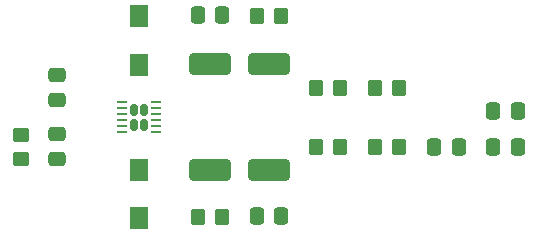
<source format=gtp>
%TF.GenerationSoftware,KiCad,Pcbnew,8.0.4*%
%TF.CreationDate,2025-01-20T11:41:48+00:00*%
%TF.ProjectId,r1283_power,72313238-335f-4706-9f77-65722e6b6963,rev?*%
%TF.SameCoordinates,Original*%
%TF.FileFunction,Paste,Top*%
%TF.FilePolarity,Positive*%
%FSLAX46Y46*%
G04 Gerber Fmt 4.6, Leading zero omitted, Abs format (unit mm)*
G04 Created by KiCad (PCBNEW 8.0.4) date 2025-01-20 11:41:48*
%MOMM*%
%LPD*%
G01*
G04 APERTURE LIST*
G04 Aperture macros list*
%AMRoundRect*
0 Rectangle with rounded corners*
0 $1 Rounding radius*
0 $2 $3 $4 $5 $6 $7 $8 $9 X,Y pos of 4 corners*
0 Add a 4 corners polygon primitive as box body*
4,1,4,$2,$3,$4,$5,$6,$7,$8,$9,$2,$3,0*
0 Add four circle primitives for the rounded corners*
1,1,$1+$1,$2,$3*
1,1,$1+$1,$4,$5*
1,1,$1+$1,$6,$7*
1,1,$1+$1,$8,$9*
0 Add four rect primitives between the rounded corners*
20,1,$1+$1,$2,$3,$4,$5,0*
20,1,$1+$1,$4,$5,$6,$7,0*
20,1,$1+$1,$6,$7,$8,$9,0*
20,1,$1+$1,$8,$9,$2,$3,0*%
G04 Aperture macros list end*
%ADD10RoundRect,0.160000X0.160000X0.345000X-0.160000X0.345000X-0.160000X-0.345000X0.160000X-0.345000X0*%
%ADD11RoundRect,0.062500X0.362500X0.062500X-0.362500X0.062500X-0.362500X-0.062500X0.362500X-0.062500X0*%
%ADD12RoundRect,0.250000X1.500000X0.650000X-1.500000X0.650000X-1.500000X-0.650000X1.500000X-0.650000X0*%
%ADD13RoundRect,0.250000X-0.350000X-0.450000X0.350000X-0.450000X0.350000X0.450000X-0.350000X0.450000X0*%
%ADD14RoundRect,0.250000X-0.475000X0.337500X-0.475000X-0.337500X0.475000X-0.337500X0.475000X0.337500X0*%
%ADD15RoundRect,0.250000X0.350000X0.450000X-0.350000X0.450000X-0.350000X-0.450000X0.350000X-0.450000X0*%
%ADD16RoundRect,0.250000X-1.500000X-0.650000X1.500000X-0.650000X1.500000X0.650000X-1.500000X0.650000X0*%
%ADD17RoundRect,0.250000X0.450000X-0.350000X0.450000X0.350000X-0.450000X0.350000X-0.450000X-0.350000X0*%
%ADD18R,1.600000X1.900000*%
%ADD19RoundRect,0.250000X-0.337500X-0.475000X0.337500X-0.475000X0.337500X0.475000X-0.337500X0.475000X0*%
%ADD20RoundRect,0.250000X0.337500X0.475000X-0.337500X0.475000X-0.337500X-0.475000X0.337500X-0.475000X0*%
G04 APERTURE END LIST*
D10*
%TO.C,U1*%
X65400000Y-63125000D03*
X65400000Y-61875000D03*
X64600000Y-63125000D03*
X64600000Y-61875000D03*
D11*
X66425000Y-63750000D03*
X66425000Y-63250000D03*
X66425000Y-62750000D03*
X66425000Y-62250000D03*
X66425000Y-61750000D03*
X66425000Y-61250000D03*
X63575000Y-61250000D03*
X63575000Y-61750000D03*
X63575000Y-62250000D03*
X63575000Y-62750000D03*
X63575000Y-63250000D03*
X63575000Y-63750000D03*
%TD*%
D12*
%TO.C,D1*%
X76000000Y-58000000D03*
X71000000Y-58000000D03*
%TD*%
D13*
%TO.C,R5*%
X85000000Y-65000000D03*
X87000000Y-65000000D03*
%TD*%
D14*
%TO.C,C1*%
X58000000Y-63962500D03*
X58000000Y-66037500D03*
%TD*%
D15*
%TO.C,R2*%
X77000000Y-53900000D03*
X75000000Y-53900000D03*
%TD*%
D16*
%TO.C,D2*%
X71000000Y-67000000D03*
X76000000Y-67000000D03*
%TD*%
D17*
%TO.C,R7*%
X55000000Y-66000000D03*
X55000000Y-64000000D03*
%TD*%
D18*
%TO.C,L2*%
X65000000Y-66950000D03*
X65000000Y-71050000D03*
%TD*%
D13*
%TO.C,R1*%
X85000000Y-60000000D03*
X87000000Y-60000000D03*
%TD*%
%TO.C,R4*%
X70000000Y-70940000D03*
X72000000Y-70940000D03*
%TD*%
%TO.C,R6*%
X80000000Y-65000000D03*
X82000000Y-65000000D03*
%TD*%
D18*
%TO.C,L1*%
X65000000Y-53950000D03*
X65000000Y-58050000D03*
%TD*%
D14*
%TO.C,C4*%
X58000000Y-58962500D03*
X58000000Y-61037500D03*
%TD*%
D19*
%TO.C,C3*%
X89962500Y-65000000D03*
X92037500Y-65000000D03*
%TD*%
%TO.C,C5*%
X69962500Y-53820000D03*
X72037500Y-53820000D03*
%TD*%
D20*
%TO.C,C7*%
X97037500Y-65000000D03*
X94962500Y-65000000D03*
%TD*%
D13*
%TO.C,R3*%
X80000000Y-60000000D03*
X82000000Y-60000000D03*
%TD*%
D20*
%TO.C,C2*%
X97037500Y-62000000D03*
X94962500Y-62000000D03*
%TD*%
D19*
%TO.C,C6*%
X74962500Y-70860000D03*
X77037500Y-70860000D03*
%TD*%
M02*

</source>
